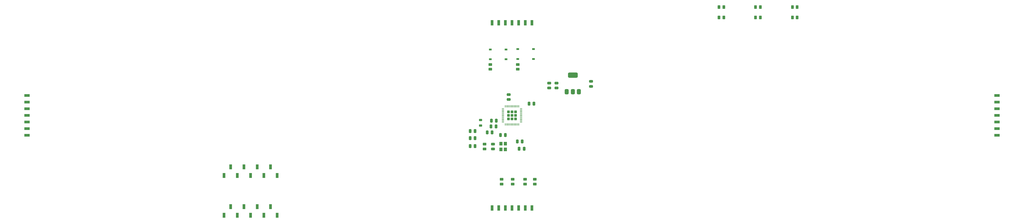
<source format=gbr>
%TF.GenerationSoftware,KiCad,Pcbnew,8.0.8*%
%TF.CreationDate,2025-02-14T17:31:39-08:00*%
%TF.ProjectId,ClockProject,436c6f63-6b50-4726-9f6a-6563742e6b69,rev?*%
%TF.SameCoordinates,Original*%
%TF.FileFunction,Paste,Bot*%
%TF.FilePolarity,Positive*%
%FSLAX46Y46*%
G04 Gerber Fmt 4.6, Leading zero omitted, Abs format (unit mm)*
G04 Created by KiCad (PCBNEW 8.0.8) date 2025-02-14 17:31:39*
%MOMM*%
%LPD*%
G01*
G04 APERTURE LIST*
G04 Aperture macros list*
%AMRoundRect*
0 Rectangle with rounded corners*
0 $1 Rounding radius*
0 $2 $3 $4 $5 $6 $7 $8 $9 X,Y pos of 4 corners*
0 Add a 4 corners polygon primitive as box body*
4,1,4,$2,$3,$4,$5,$6,$7,$8,$9,$2,$3,0*
0 Add four circle primitives for the rounded corners*
1,1,$1+$1,$2,$3*
1,1,$1+$1,$4,$5*
1,1,$1+$1,$6,$7*
1,1,$1+$1,$8,$9*
0 Add four rect primitives between the rounded corners*
20,1,$1+$1,$2,$3,$4,$5,0*
20,1,$1+$1,$4,$5,$6,$7,0*
20,1,$1+$1,$6,$7,$8,$9,0*
20,1,$1+$1,$8,$9,$2,$3,0*%
G04 Aperture macros list end*
%ADD10RoundRect,0.250000X0.250000X0.475000X-0.250000X0.475000X-0.250000X-0.475000X0.250000X-0.475000X0*%
%ADD11RoundRect,0.250000X0.475000X-0.250000X0.475000X0.250000X-0.475000X0.250000X-0.475000X-0.250000X0*%
%ADD12RoundRect,0.250000X-0.450000X0.262500X-0.450000X-0.262500X0.450000X-0.262500X0.450000X0.262500X0*%
%ADD13RoundRect,0.250000X0.262500X0.450000X-0.262500X0.450000X-0.262500X-0.450000X0.262500X-0.450000X0*%
%ADD14RoundRect,0.250000X-0.475000X0.250000X-0.475000X-0.250000X0.475000X-0.250000X0.475000X0.250000X0*%
%ADD15R,1.000000X2.000000*%
%ADD16R,1.000000X1.900000*%
%ADD17R,1.200000X1.400000*%
%ADD18R,2.000000X1.000000*%
%ADD19RoundRect,0.375000X0.375000X-0.625000X0.375000X0.625000X-0.375000X0.625000X-0.375000X-0.625000X0*%
%ADD20RoundRect,0.500000X1.400000X-0.500000X1.400000X0.500000X-1.400000X0.500000X-1.400000X-0.500000X0*%
%ADD21RoundRect,0.218750X0.381250X-0.218750X0.381250X0.218750X-0.381250X0.218750X-0.381250X-0.218750X0*%
%ADD22RoundRect,0.250000X-0.250000X-0.475000X0.250000X-0.475000X0.250000X0.475000X-0.250000X0.475000X0*%
%ADD23R,1.000000X0.750000*%
%ADD24RoundRect,0.250000X-0.285000X-0.285000X0.285000X-0.285000X0.285000X0.285000X-0.285000X0.285000X0*%
%ADD25RoundRect,0.050000X-0.350000X-0.050000X0.350000X-0.050000X0.350000X0.050000X-0.350000X0.050000X0*%
%ADD26RoundRect,0.050000X-0.050000X-0.350000X0.050000X-0.350000X0.050000X0.350000X-0.050000X0.350000X0*%
G04 APERTURE END LIST*
D10*
%TO.C,C4*%
X278906940Y-182592650D03*
X277006940Y-182592650D03*
%TD*%
D11*
%TO.C,C1*%
X277656940Y-193492650D03*
X277656940Y-191592650D03*
%TD*%
D12*
%TO.C,R24*%
X289906940Y-205092650D03*
X289906940Y-206917650D03*
%TD*%
D10*
%TO.C,C6*%
X270806940Y-186592650D03*
X268906940Y-186592650D03*
%TD*%
D13*
%TO.C,R8*%
X379906940Y-143092650D03*
X378081940Y-143092650D03*
%TD*%
D14*
%TO.C,C14*%
X299156940Y-168192650D03*
X299156940Y-170092650D03*
%TD*%
D15*
%TO.C,J4*%
X277286940Y-216092650D03*
X279826940Y-216092650D03*
X282366940Y-216092650D03*
X284906940Y-216092650D03*
X287446940Y-216092650D03*
X289986940Y-216092650D03*
X292526940Y-216092650D03*
%TD*%
D10*
%TO.C,C11*%
X288806940Y-190592650D03*
X286906940Y-190592650D03*
%TD*%
D14*
%TO.C,C13*%
X315156940Y-167592650D03*
X315156940Y-169492650D03*
%TD*%
D11*
%TO.C,C15*%
X301906940Y-170092650D03*
X301906940Y-168192650D03*
%TD*%
D12*
%TO.C,R25*%
X280906940Y-205092650D03*
X280906940Y-206917650D03*
%TD*%
D16*
%TO.C,J5*%
X195066940Y-203587650D03*
X192526940Y-200287650D03*
X189986940Y-203587650D03*
X187446940Y-200287650D03*
X184906940Y-203587650D03*
X182366940Y-200287650D03*
X179826940Y-203587650D03*
X177286940Y-200287650D03*
X174746940Y-203587650D03*
%TD*%
D17*
%TO.C,Y1*%
X282406940Y-191392650D03*
X282406940Y-193592650D03*
X280706940Y-193592650D03*
X280706940Y-191392650D03*
%TD*%
D12*
%TO.C,R2*%
X287156940Y-161092650D03*
X287156940Y-162917650D03*
%TD*%
D10*
%TO.C,C5*%
X270806940Y-192342650D03*
X268906940Y-192342650D03*
%TD*%
D18*
%TO.C,J3*%
X99406940Y-172972650D03*
X99406940Y-175512650D03*
X99406940Y-178052650D03*
X99406940Y-180592650D03*
X99406940Y-183132650D03*
X99406940Y-185672650D03*
X99406940Y-188212650D03*
%TD*%
D13*
%TO.C,R4*%
X365906940Y-143092650D03*
X364081940Y-143092650D03*
%TD*%
D11*
%TO.C,C3*%
X283656940Y-174492650D03*
X283656940Y-172592650D03*
%TD*%
D10*
%TO.C,C8*%
X278806940Y-184842650D03*
X276906940Y-184842650D03*
%TD*%
%TO.C,C7*%
X270806940Y-189342650D03*
X268906940Y-189342650D03*
%TD*%
%TO.C,C9*%
X277306940Y-187092650D03*
X275406940Y-187092650D03*
%TD*%
D13*
%TO.C,R3*%
X365906940Y-139092650D03*
X364081940Y-139092650D03*
%TD*%
D19*
%TO.C,U2*%
X310456940Y-171492650D03*
X308156940Y-171492650D03*
D20*
X308156940Y-165192650D03*
D19*
X305856940Y-171492650D03*
%TD*%
D12*
%TO.C,R22*%
X293656940Y-205092650D03*
X293656940Y-206917650D03*
%TD*%
%TO.C,R23*%
X285156940Y-205092650D03*
X285156940Y-206917650D03*
%TD*%
D21*
%TO.C,L1*%
X272906940Y-184467650D03*
X272906940Y-182342650D03*
%TD*%
D22*
%TO.C,C10*%
X291406940Y-176092650D03*
X293306940Y-176092650D03*
%TD*%
D23*
%TO.C,SW2*%
X293156940Y-155217650D03*
X287156940Y-155217650D03*
X293156940Y-158967650D03*
X287156940Y-158967650D03*
%TD*%
D10*
%TO.C,C12*%
X289556940Y-193342650D03*
X287656940Y-193342650D03*
%TD*%
D23*
%TO.C,SW1*%
X282656940Y-155342650D03*
X276656940Y-155342650D03*
X282656940Y-159092650D03*
X276656940Y-159092650D03*
%TD*%
D15*
%TO.C,J2*%
X277286940Y-145092650D03*
X279826940Y-145092650D03*
X282366940Y-145092650D03*
X284906940Y-145092650D03*
X287446940Y-145092650D03*
X289986940Y-145092650D03*
X292526940Y-145092650D03*
%TD*%
D12*
%TO.C,R1*%
X276656940Y-161092650D03*
X276656940Y-162917650D03*
%TD*%
D13*
%TO.C,R7*%
X379906940Y-139092650D03*
X378081940Y-139092650D03*
%TD*%
D16*
%TO.C,J6*%
X195066940Y-218837650D03*
X192526940Y-215537650D03*
X189986940Y-218837650D03*
X187446940Y-215537650D03*
X184906940Y-218837650D03*
X182366940Y-215537650D03*
X179826940Y-218837650D03*
X177286940Y-215537650D03*
X174746940Y-218837650D03*
%TD*%
D18*
%TO.C,J1*%
X470406940Y-172972650D03*
X470406940Y-175512650D03*
X470406940Y-178052650D03*
X470406940Y-180592650D03*
X470406940Y-183132650D03*
X470406940Y-185672650D03*
X470406940Y-188212650D03*
%TD*%
D13*
%TO.C,R6*%
X393981940Y-143092650D03*
X392156940Y-143092650D03*
%TD*%
D22*
%TO.C,C2*%
X280506940Y-188092650D03*
X282406940Y-188092650D03*
%TD*%
D24*
%TO.C,U1*%
X283576940Y-179262650D03*
X283576940Y-180592650D03*
X283576940Y-181922650D03*
X284906940Y-179262650D03*
X284906940Y-180592650D03*
X284906940Y-181922650D03*
X286236940Y-179262650D03*
X286236940Y-180592650D03*
X286236940Y-181922650D03*
D25*
X281456940Y-183192650D03*
X281456940Y-182792650D03*
X281456940Y-182392650D03*
X281456940Y-181992650D03*
X281456940Y-181592650D03*
X281456940Y-181192650D03*
X281456940Y-180792650D03*
X281456940Y-180392650D03*
X281456940Y-179992650D03*
X281456940Y-179592650D03*
X281456940Y-179192650D03*
X281456940Y-178792650D03*
X281456940Y-178392650D03*
X281456940Y-177992650D03*
D26*
X282306940Y-177142650D03*
X282706940Y-177142650D03*
X283106940Y-177142650D03*
X283506940Y-177142650D03*
X283906940Y-177142650D03*
X284306940Y-177142650D03*
X284706940Y-177142650D03*
X285106940Y-177142650D03*
X285506940Y-177142650D03*
X285906940Y-177142650D03*
X286306940Y-177142650D03*
X286706940Y-177142650D03*
X287106940Y-177142650D03*
X287506940Y-177142650D03*
D25*
X288356940Y-177992650D03*
X288356940Y-178392650D03*
X288356940Y-178792650D03*
X288356940Y-179192650D03*
X288356940Y-179592650D03*
X288356940Y-179992650D03*
X288356940Y-180392650D03*
X288356940Y-180792650D03*
X288356940Y-181192650D03*
X288356940Y-181592650D03*
X288356940Y-181992650D03*
X288356940Y-182392650D03*
X288356940Y-182792650D03*
X288356940Y-183192650D03*
D26*
X287506940Y-184042650D03*
X287106940Y-184042650D03*
X286706940Y-184042650D03*
X286306940Y-184042650D03*
X285906940Y-184042650D03*
X285506940Y-184042650D03*
X285106940Y-184042650D03*
X284706940Y-184042650D03*
X284306940Y-184042650D03*
X283906940Y-184042650D03*
X283506940Y-184042650D03*
X283106940Y-184042650D03*
X282706940Y-184042650D03*
X282306940Y-184042650D03*
%TD*%
D12*
%TO.C,R9*%
X274406940Y-191592650D03*
X274406940Y-193417650D03*
%TD*%
D13*
%TO.C,R5*%
X393981940Y-139092650D03*
X392156940Y-139092650D03*
%TD*%
M02*

</source>
